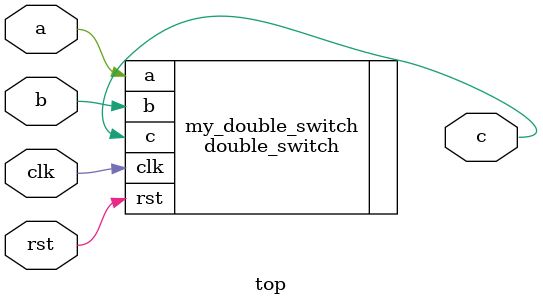
<source format=v>
module top(
    input clk,
    input rst,
    input a,
    input b,
    output c
);

double_switch my_double_switch(
    .clk(clk),
    .rst(rst),
    .a(a),
    .b(b),
    .c(c)
);

endmodule



</source>
